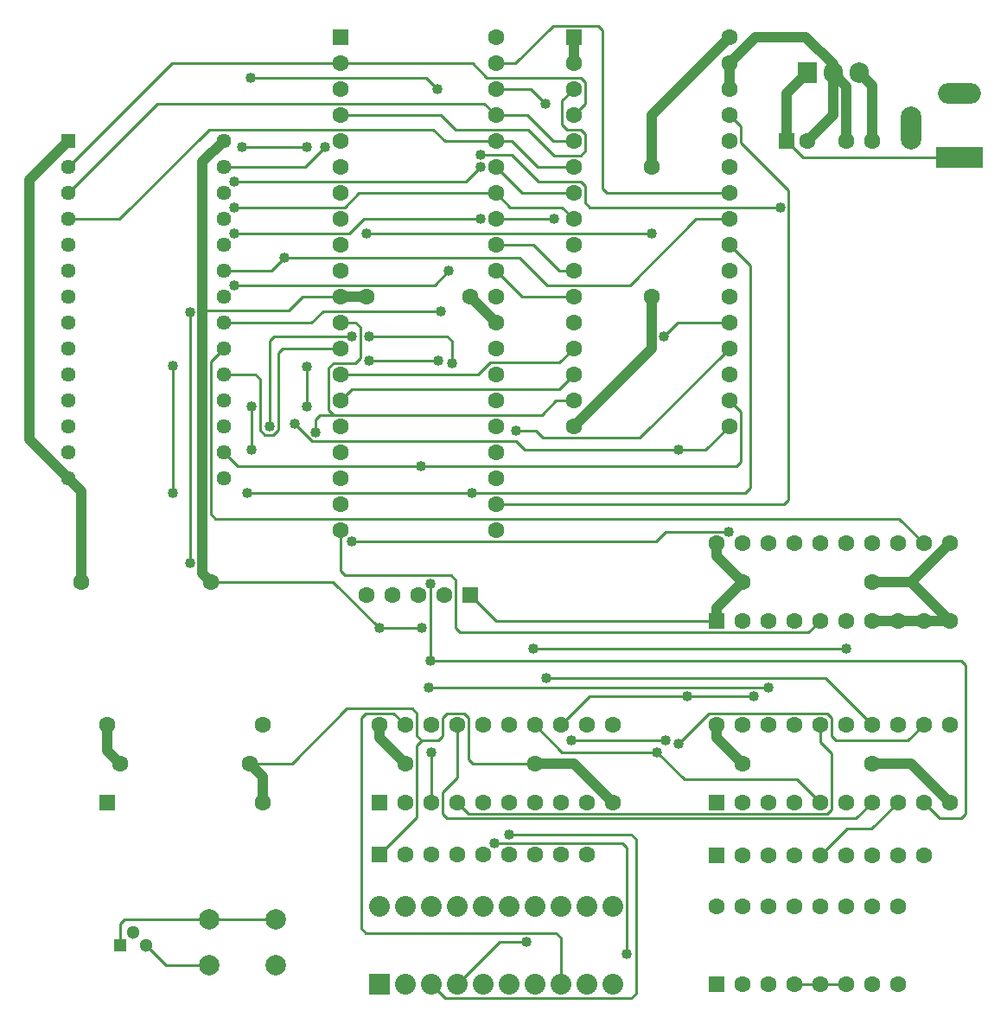
<source format=gbr>
%TF.GenerationSoftware,Novarm,DipTrace,4.3.0.4*%
%TF.CreationDate,2023-07-19T19:22:05+01:00*%
%FSLAX26Y26*%
%MOIN*%
%TF.FileFunction,Copper,L1,Top*%
%TF.Part,Single*%
%TA.AperFunction,Conductor*%
%ADD13C,0.03937*%
%ADD14C,0.009843*%
%TA.AperFunction,ComponentPad*%
%ADD18R,0.062992X0.062992*%
%ADD19C,0.062992*%
%ADD20C,0.062992*%
%ADD21R,0.051181X0.051181*%
%ADD22C,0.051181*%
%ADD23C,0.07874*%
%ADD24R,0.181102X0.07874*%
%ADD25O,0.165354X0.07874*%
%ADD26O,0.07874X0.165354*%
%ADD27R,0.056693X0.056693*%
%ADD28C,0.056693*%
%ADD29R,0.08X0.08*%
%ADD30C,0.08*%
%ADD31R,0.075X0.07874*%
%ADD32O,0.075X0.07874*%
%TA.AperFunction,ViaPad*%
%ADD33C,0.04*%
G75*
G01*
%LPD*%
X1193701Y2093701D2*
D13*
X1162205Y2125197D1*
Y3139767D1*
Y3712205D1*
X1243701Y3793701D1*
X793701Y1543701D2*
Y1443701D1*
X843701Y1393701D1*
X3143701Y1943701D2*
Y1993701D1*
X3243701Y2093701D1*
X2893701Y3693701D2*
Y3893701D1*
X3193701Y4193701D1*
X3743701Y3793701D2*
Y4006496D1*
X3693701Y4056496D1*
X3143701Y1543701D2*
Y1494488D1*
X3244488Y1393701D1*
X1693701Y3193701D2*
X1794488D1*
X1843701Y1543701D2*
Y1493701D1*
X1943701Y1393701D1*
X3243701Y2093701D2*
X3143701Y2193701D1*
Y2243701D1*
X1193701Y2093701D2*
D14*
X1666098D1*
X1843701Y1916098D1*
X2193701Y2043701D2*
X2293701Y1943701D1*
X3143701D1*
X1693701Y3193701D2*
X1547461D1*
X1493528Y3139767D1*
X1162205D1*
X1794488Y3437992D2*
X2893701D1*
X1843701Y1916098D2*
X2007327D1*
X2079894Y3137992D2*
X1627339D1*
X1583047Y3093701D1*
X1243701D1*
Y3293701D2*
X1427539D1*
X1476756Y3342917D1*
X2385945D1*
X2490870Y3237992D1*
X2810138D1*
X3065846Y3493701D1*
X3193701D1*
X2593701Y3893701D2*
X2637992Y3937992D1*
Y4020276D1*
X2620276Y4037992D1*
X2259547D1*
X2203838Y4093701D1*
X1693701D1*
X1043701D1*
X643701Y3693701D1*
X1564398Y3770787D2*
X1316252D1*
X1693701Y3893701D2*
X2082661D1*
X2138370Y3837992D1*
X2417481D1*
X2517481Y3737992D1*
X2620276D1*
X2637992Y3755708D1*
Y3820276D1*
X2620276Y3837992D1*
X2567126D1*
X2549410Y3855708D1*
Y3949410D1*
X2593701Y3993701D1*
X1634331Y3770787D2*
X1557244Y3693701D1*
X1243701D1*
X2234000Y3741574D2*
X2355710D1*
X2459292Y3637992D1*
X2620275D1*
X2637992Y3620275D1*
Y3555709D1*
X2655709Y3537992D1*
X3389957D1*
X2112689Y3293700D2*
X2056981Y3237992D1*
X1283457D1*
X2293701Y3293701D2*
X2393701Y3193701D1*
X2593701D1*
X2293701Y3393701D2*
X2437763D1*
X2537763Y3293701D1*
X2593701D1*
X2234331Y3493700D2*
X1783563D1*
X1727855Y3437992D1*
X1283457D1*
X2293701Y3493701D2*
X2516614Y3493697D1*
X1283457Y3537992D2*
X1710139D1*
X1765847Y3593701D1*
X2293701D1*
X2349409Y3537992D1*
X2549409D1*
X2593701Y3493701D1*
X2234000Y3693700D2*
X2178292Y3637992D1*
X1283457D1*
X2293701Y3693701D2*
X2393701Y3593701D1*
X2593701D1*
Y3693701D2*
X2455180D1*
X2355180Y3793701D1*
X2293701D1*
X2097228D1*
X2052937Y3837992D1*
X1187441D1*
X843149Y3493701D1*
X643701D1*
X2593701Y3793701D2*
X2513976D1*
X2413976Y3893701D1*
X2293701D1*
X2249409Y3937992D1*
X987992D1*
X643701Y3593701D1*
X2067484Y3993700D2*
X2023192Y4037992D1*
X1349047D1*
X2293701Y3993701D2*
X2428114D1*
X2483823Y3937992D1*
X2293701Y4093701D2*
X2369648D1*
X2513940Y4237992D1*
X2687040D1*
X2704757Y4220275D1*
Y3611420D1*
X2722476Y3593701D1*
X3193701D1*
X1114646Y2167535D2*
Y3134846D1*
X1693701Y2893701D2*
X2224906D1*
X2269985Y2938779D1*
X2538779D1*
X2593701Y2993701D1*
X2035866Y1686382D2*
X3343701D1*
X2043701Y1437992D2*
Y1243701D1*
X2143701D2*
X2188000Y1199401D1*
X3570275D1*
X3587992Y1217118D1*
Y1433957D1*
X3543701Y1478248D1*
Y1543701D1*
X1693701Y2793701D2*
X1737992Y2837992D1*
X2537992D1*
X2593701Y2893701D1*
X2487996Y1721815D2*
X3565586D1*
X3743701Y1543701D1*
X2593701Y2793701D2*
X2525589D1*
X2469885Y2737996D1*
X1669095D1*
X1649410Y2757681D1*
Y2920276D1*
X1667126Y2937992D1*
X1753072D1*
X1770788Y2955708D1*
Y3075983D1*
X1753070Y3093701D1*
X1693701D1*
X1669095Y2737996D2*
X1614646D1*
X1596929Y2720279D1*
Y2670787D1*
X1517725Y2703582D2*
X1583315Y2637992D1*
X2370055D1*
X2405484Y2602563D1*
X2997953D1*
X1565154Y2770787D2*
Y2924094D1*
X1350433Y2602051D2*
Y2770787D1*
X2948500Y1484334D2*
X2585685D1*
X2997953Y1470787D2*
X3115162Y1587996D1*
X3570275D1*
X3587992Y1570279D1*
Y1499410D1*
X3605709Y1481693D1*
X3881693D1*
X3943701Y1543701D1*
X2997953Y2602563D2*
X3102563D1*
X3193701Y2693701D1*
Y2793701D2*
X3237992Y2749410D1*
Y2557676D1*
X3220276Y2539960D1*
X2003587D1*
X3288780Y1653586D2*
X3030748D1*
X2003587Y2539960D2*
X1297441D1*
X1243701Y2593701D1*
X3030748Y1653586D2*
X2653586D1*
X2543701Y1543701D1*
X2443701D2*
X2549409Y1437992D1*
X2914646D1*
X1737992Y3039960D2*
X1438346D1*
X1420630Y3022244D1*
Y2693700D1*
X2123862Y2937992D2*
Y3022244D1*
X2106146Y3039960D1*
X1803583D1*
X2914646Y1437992D2*
X3020949Y1331689D1*
X3455712D1*
X3543701Y1243701D1*
X2143701Y1543701D2*
Y1338846D1*
X2087996Y1283141D1*
Y1199402D1*
X2105713Y1181685D1*
X3681685D1*
X3743701Y1243701D1*
X2372756Y2675708D2*
X2446989D1*
X2473292Y2649405D1*
X2849405D1*
X3193701Y2993701D1*
X1803583Y2947437D2*
X2072918D1*
X1693701Y2993701D2*
X1471145D1*
X1453425Y2975980D1*
Y2678621D1*
X1435709Y2660905D1*
X1400946D1*
X1383229Y2678622D1*
Y2875984D1*
X1365512Y2893701D1*
X1243701D1*
X2040122Y2085685D2*
Y1790043D1*
X2941260Y3039960D2*
X2995000Y3093701D1*
X3193701D1*
X2040122Y1790043D2*
X4087992D1*
X4105709Y1772326D1*
Y1199410D1*
X4087992Y1181693D1*
X4005708D1*
X3943701Y1243701D1*
X3645276Y3793701D2*
D13*
Y4004921D1*
X3593701Y4056496D1*
X3743701Y1943701D2*
X4043701D1*
X1393701Y1243701D2*
Y1343701D1*
X1343701Y1393701D1*
X2593701Y4193701D2*
Y4093701D1*
X693701Y2093701D2*
Y2443701D1*
X643701Y2493701D1*
X2893701Y3193701D2*
Y2993701D1*
X2593701Y2693701D1*
X4043701Y1243701D2*
X3893701Y1393701D1*
X3744488D1*
X2743701Y1243701D2*
X2593701Y1393701D1*
X2443701D1*
X3593701Y4056496D2*
Y3893701D1*
X3493701Y3793701D1*
X4043701Y1943701D2*
X3893701Y2093701D1*
X3743701D1*
X3193701Y4093701D2*
Y3993701D1*
X3593701Y4056496D2*
Y4088484D1*
X3488484Y4193701D1*
X3293701D1*
X3193701Y4093701D1*
X3893701Y2093701D2*
X4043701Y2243701D1*
X2194488Y3193701D2*
X2293701Y3093701D1*
X643701Y2493701D2*
X493701Y2643701D1*
Y3643701D1*
X643701Y3793701D1*
X1343701Y1393701D2*
D14*
X1506825D1*
X1718837Y1605712D1*
X1970280D1*
X1987996Y1587996D1*
Y1501378D1*
X2007681Y1481693D1*
X1987996Y1462008D1*
Y1187996D1*
X1843701Y1043701D1*
X2443701Y1393701D2*
X2205708D1*
X2187992Y1411417D1*
Y1570280D1*
X2170276Y1587996D1*
X2105709D1*
X2087992Y1570279D1*
Y1499409D1*
X2070276Y1481693D1*
X2007681D1*
X1187795Y616535D2*
X1020866D1*
X943701Y693701D1*
X3443701Y543701D2*
X3543701D1*
X3643701D1*
X3543701Y1039370D2*
X3646917Y1142586D1*
X3742586D1*
X3843701Y1243701D1*
X3414961Y3793701D2*
D13*
Y3977756D1*
X3493701Y4056496D1*
X3414961Y3793701D2*
D14*
X3479134Y3729528D1*
X4082677D1*
X2343701Y1120787D2*
X2816186D1*
X2833902Y1103071D1*
Y506654D1*
X2816185Y488937D1*
X2098464D1*
X2043701Y543701D1*
X2410906Y708153D2*
X2308153D1*
X2143701Y543701D1*
X2287992Y1087992D2*
X2780752D1*
X2798469Y1070275D1*
Y660283D1*
X2543701Y543701D2*
Y723233D1*
X2525985Y740949D1*
X1790905D1*
X1773189Y758665D1*
Y1570279D1*
X1790906Y1587996D1*
X1899405D1*
X1943701Y1543701D1*
X1243701Y2993701D2*
X1194685Y2944685D1*
Y2355709D1*
X1212402Y2337992D1*
X3849409D1*
X3943701Y2243701D1*
X1693701Y2293701D2*
Y2136197D1*
X1711418Y2118480D1*
X2120279D1*
X2137996Y2100763D1*
Y1917126D1*
X2155713Y1899409D1*
X3499409D1*
X3543701Y1943701D1*
X3643701Y1837594D2*
X2438347D1*
X3191260Y2287996D2*
X2948701D1*
X2910110Y2249405D1*
X1737992D1*
X1047547Y2926500D2*
Y2437996D1*
X2201536Y2437992D2*
X3255709D1*
X3273425Y2455708D1*
Y3313977D1*
X3193701Y3393701D1*
X1335355Y2437996D2*
X2201536Y2437992D1*
X1443701Y793701D2*
X1187795D1*
X861417D1*
X843701Y775984D1*
Y693701D1*
X2293701Y2393701D2*
X3405035D1*
X3422752Y2411417D1*
Y3601712D1*
X3237992Y3786472D1*
Y3849410D1*
X3193701Y3893701D1*
D33*
X2893701Y3437992D3*
X1794488D3*
X2007327Y1916098D3*
X1843701D3*
X2079894Y3137992D3*
X1476756Y3342917D3*
X1316252Y3770787D3*
X1564398D3*
X1634331D3*
X3389957Y3537992D3*
X2234000Y3741574D3*
X1283457Y3237992D3*
X2112689Y3293700D3*
X1283457Y3437992D3*
X2234331Y3493700D3*
X2516614Y3493697D3*
X1283457Y3537992D3*
Y3637992D3*
X2234000Y3693700D3*
X1349047Y4037992D3*
X2067484Y3993700D3*
X2483823Y3937992D3*
X1114646Y3134846D3*
Y2167535D3*
X3343701Y1686382D3*
X2035866D3*
X2043701Y1437992D3*
X1596929Y2670787D3*
X2487996Y1721815D3*
X2997953Y2602563D3*
X1565154Y2924094D3*
Y2770787D3*
X1350433D3*
Y2602051D3*
X2585685Y1484334D3*
X2948500D3*
X1517725Y2703582D3*
X2997953Y1470787D3*
X3030748Y1653586D3*
X3288780D3*
X2003587Y2539960D3*
X1420630Y2693700D3*
X1803583Y3039960D3*
X2123862Y2937992D3*
X2914646Y1437992D3*
X1737992Y3039960D3*
X2372756Y2675708D3*
X2072918Y2947437D3*
X1803583D3*
X2040122Y2085685D3*
Y1790043D3*
X2941260Y3039960D3*
X2343701Y1120787D3*
X2410906Y708153D3*
X2798469Y660283D3*
X2287992Y1087992D3*
X2438347Y1837594D3*
X3643701D3*
X1737992Y2249405D3*
X3191260Y2287996D3*
X2201536Y2437992D3*
X1335355Y2437996D3*
X1047547D3*
Y2926500D3*
D18*
X3143701Y543701D3*
D19*
X3243701D3*
X3343701D3*
X3443701D3*
X3543701D3*
X3643701D3*
X3743701D3*
X3843701D3*
Y843701D3*
X3743701D3*
X3643701D3*
X3543701D3*
X3443701D3*
X3343701D3*
X3243701D3*
X3143701D3*
D20*
X2893701Y3693701D3*
Y3193701D3*
D21*
X843701Y693701D3*
D22*
X893701Y743701D3*
X943701Y693701D3*
D18*
X2593701Y4193701D3*
D19*
Y4093701D3*
Y3993701D3*
Y3893701D3*
Y3793701D3*
Y3693701D3*
Y3593701D3*
Y3493701D3*
Y3393701D3*
Y3293701D3*
Y3193701D3*
Y3093701D3*
Y2993701D3*
Y2893701D3*
Y2793701D3*
Y2693701D3*
X3193701D3*
Y2793701D3*
Y2893701D3*
Y2993701D3*
Y3093701D3*
Y3193701D3*
Y3293701D3*
Y3393701D3*
Y3493701D3*
Y3593701D3*
Y3693701D3*
Y3793701D3*
Y3893701D3*
Y3993701D3*
Y4093701D3*
Y4193701D3*
D20*
X3743701Y3793701D3*
X3645276D3*
X1794488Y3193701D3*
X2194488D3*
D23*
X1187795Y793701D3*
X1443701D3*
X1187795Y616535D3*
X1443701D3*
D18*
X2193701Y2043701D3*
D19*
X2093701D3*
X1993701D3*
X1893701D3*
X1793701D3*
D20*
X3243701Y2093701D3*
X3743701D3*
D18*
X793701Y1243701D3*
D20*
X1393701D3*
Y1543701D3*
X793701D3*
D18*
X3143701Y1243701D3*
D19*
X3243701D3*
X3343701D3*
X3443701D3*
X3543701D3*
X3643701D3*
X3743701D3*
X3843701D3*
X3943701D3*
X4043701D3*
Y1543701D3*
X3943701D3*
X3843701D3*
X3743701D3*
X3643701D3*
X3543701D3*
X3443701D3*
X3343701D3*
X3243701D3*
X3143701D3*
D24*
X4082677Y3729528D3*
D25*
Y3977559D3*
D26*
X3893701Y3843701D3*
D18*
X1693701Y4193701D3*
D19*
Y4093701D3*
Y3993701D3*
Y3893701D3*
Y3793701D3*
Y3693701D3*
Y3593701D3*
Y3493701D3*
Y3393701D3*
Y3293701D3*
Y3193701D3*
Y3093701D3*
Y2993701D3*
Y2893701D3*
Y2793701D3*
Y2693701D3*
Y2593701D3*
Y2493701D3*
Y2393701D3*
Y2293701D3*
X2293701D3*
Y2393701D3*
Y2493701D3*
Y2593701D3*
Y2693701D3*
Y2793701D3*
Y2893701D3*
Y2993701D3*
Y3093701D3*
Y3193701D3*
Y3293701D3*
Y3393701D3*
Y3493701D3*
Y3593701D3*
Y3693701D3*
Y3793701D3*
Y3893701D3*
Y3993701D3*
Y4093701D3*
Y4193701D3*
D20*
X3244488Y1393701D3*
X3744488D3*
D27*
X643701Y3793701D3*
D28*
Y3693701D3*
Y3593701D3*
Y3493701D3*
Y3393701D3*
Y3293701D3*
Y3193701D3*
Y3093701D3*
Y2993701D3*
Y2893701D3*
Y2793701D3*
Y2693701D3*
Y2593701D3*
Y2493701D3*
X1243701D3*
Y2593701D3*
Y2693701D3*
Y2793701D3*
Y2893701D3*
Y2993701D3*
Y3093701D3*
Y3193701D3*
Y3293701D3*
Y3393701D3*
Y3493701D3*
Y3593701D3*
Y3693701D3*
Y3793701D3*
D20*
X843701Y1393701D3*
X1343701D3*
X1943701D3*
X2443701D3*
X1193701Y2093701D3*
X693701D3*
D18*
X1843701Y1243701D3*
D19*
X1943701D3*
X2043701D3*
X2143701D3*
X2243701D3*
X2343701D3*
X2443701D3*
X2543701D3*
X2643701D3*
X2743701D3*
Y1543701D3*
X2643701D3*
X2543701D3*
X2443701D3*
X2343701D3*
X2243701D3*
X2143701D3*
X2043701D3*
X1943701D3*
X1843701D3*
D18*
X3414961Y3793701D3*
D20*
X3493701D3*
D18*
X3143701Y1039370D3*
D19*
X3243701D3*
X3343701D3*
X3443701D3*
X3543701D3*
X3643701D3*
X3743701D3*
X3843701D3*
X3943701D3*
D29*
X1843701Y543701D3*
D30*
X1943701D3*
X2043701D3*
X2143701D3*
X2243701D3*
X2343701D3*
X2443701D3*
X2543701D3*
X2643701D3*
X2743701D3*
Y843701D3*
X2643701D3*
X2543701D3*
X2443701D3*
X2343701D3*
X2243701D3*
X2143701D3*
X2043701D3*
X1943701D3*
X1843701D3*
D18*
Y1043701D3*
D19*
X1943701D3*
X2043701D3*
X2143701D3*
X2243701D3*
X2343701D3*
X2443701D3*
X2543701D3*
X2643701D3*
D18*
X3143701Y1943701D3*
D19*
X3243701D3*
X3343701D3*
X3443701D3*
X3543701D3*
X3643701D3*
X3743701D3*
X3843701D3*
X3943701D3*
X4043701D3*
Y2243701D3*
X3943701D3*
X3843701D3*
X3743701D3*
X3643701D3*
X3543701D3*
X3443701D3*
X3343701D3*
X3243701D3*
X3143701D3*
D31*
X3493701Y4056496D3*
D32*
X3593701D3*
X3693701D3*
M02*

</source>
